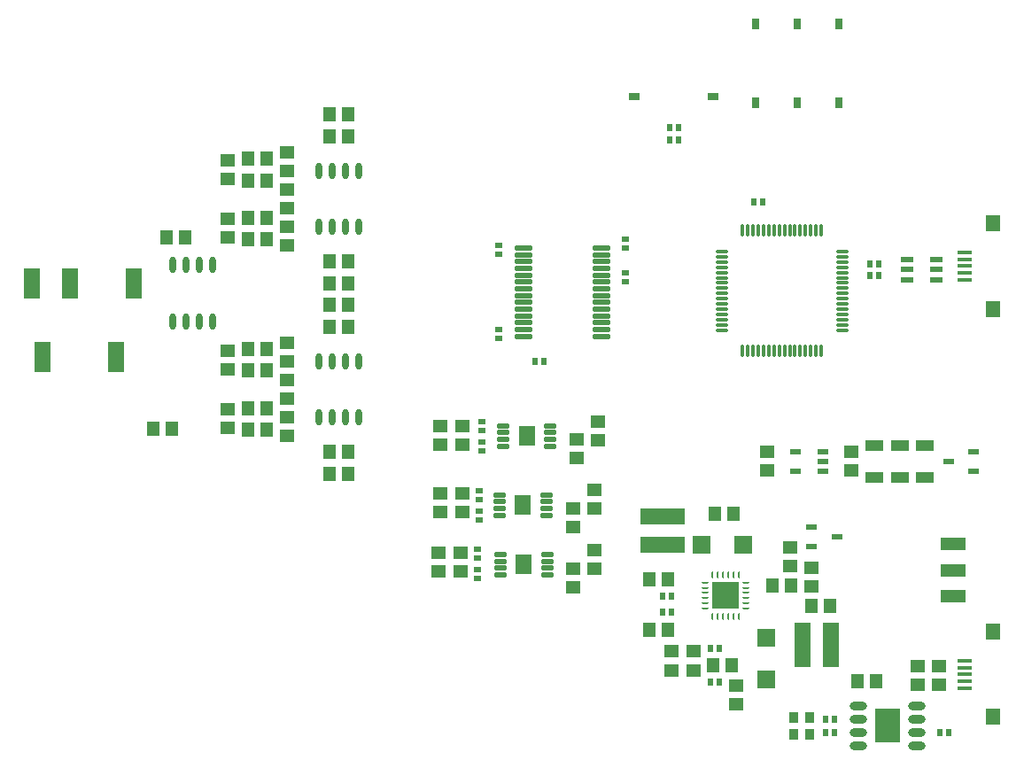
<source format=gtp>
G04*
G04 #@! TF.GenerationSoftware,Altium Limited,Altium Designer,19.0.4 (130)*
G04*
G04 Layer_Color=8421504*
%FSLAX25Y25*%
%MOIN*%
G70*
G01*
G75*
%ADD15R,0.05906X0.16929*%
%ADD16R,0.05787X0.04567*%
%ADD17R,0.04567X0.05787*%
%ADD18R,0.03937X0.02362*%
%ADD19R,0.16929X0.05906*%
%ADD20R,0.02362X0.02559*%
%ADD21R,0.06614X0.06693*%
%ADD22R,0.09843X0.09843*%
G04:AMPARAMS|DCode=23|XSize=9.84mil|YSize=27.56mil|CornerRadius=2.46mil|HoleSize=0mil|Usage=FLASHONLY|Rotation=180.000|XOffset=0mil|YOffset=0mil|HoleType=Round|Shape=RoundedRectangle|*
%AMROUNDEDRECTD23*
21,1,0.00984,0.02264,0,0,180.0*
21,1,0.00492,0.02756,0,0,180.0*
1,1,0.00492,-0.00246,0.01132*
1,1,0.00492,0.00246,0.01132*
1,1,0.00492,0.00246,-0.01132*
1,1,0.00492,-0.00246,-0.01132*
%
%ADD23ROUNDEDRECTD23*%
G04:AMPARAMS|DCode=24|XSize=9.84mil|YSize=27.56mil|CornerRadius=2.46mil|HoleSize=0mil|Usage=FLASHONLY|Rotation=270.000|XOffset=0mil|YOffset=0mil|HoleType=Round|Shape=RoundedRectangle|*
%AMROUNDEDRECTD24*
21,1,0.00984,0.02264,0,0,270.0*
21,1,0.00492,0.02756,0,0,270.0*
1,1,0.00492,-0.01132,-0.00246*
1,1,0.00492,-0.01132,0.00246*
1,1,0.00492,0.01132,0.00246*
1,1,0.00492,0.01132,-0.00246*
%
%ADD24ROUNDEDRECTD24*%
G04:AMPARAMS|DCode=25|XSize=17.72mil|YSize=47.24mil|CornerRadius=4.43mil|HoleSize=0mil|Usage=FLASHONLY|Rotation=90.000|XOffset=0mil|YOffset=0mil|HoleType=Round|Shape=RoundedRectangle|*
%AMROUNDEDRECTD25*
21,1,0.01772,0.03839,0,0,90.0*
21,1,0.00886,0.04724,0,0,90.0*
1,1,0.00886,0.01919,0.00443*
1,1,0.00886,0.01919,-0.00443*
1,1,0.00886,-0.01919,-0.00443*
1,1,0.00886,-0.01919,0.00443*
%
%ADD25ROUNDEDRECTD25*%
%ADD26R,0.06181X0.07441*%
%ADD27R,0.02559X0.02362*%
%ADD28R,0.06693X0.06614*%
%ADD29R,0.03661X0.03858*%
%ADD30O,0.06496X0.03150*%
%ADD31R,0.09528X0.13031*%
%ADD32R,0.05315X0.01575*%
%ADD33R,0.05315X0.05906*%
%ADD34R,0.09646X0.04724*%
%ADD35R,0.04331X0.02362*%
%ADD36R,0.07087X0.04449*%
%ADD37R,0.05906X0.11811*%
%ADD38O,0.02362X0.06102*%
G04:AMPARAMS|DCode=39|XSize=17.72mil|YSize=64.96mil|CornerRadius=4.43mil|HoleSize=0mil|Usage=FLASHONLY|Rotation=270.000|XOffset=0mil|YOffset=0mil|HoleType=Round|Shape=RoundedRectangle|*
%AMROUNDEDRECTD39*
21,1,0.01772,0.05610,0,0,270.0*
21,1,0.00886,0.06496,0,0,270.0*
1,1,0.00886,-0.02805,-0.00443*
1,1,0.00886,-0.02805,0.00443*
1,1,0.00886,0.02805,0.00443*
1,1,0.00886,0.02805,-0.00443*
%
%ADD39ROUNDEDRECTD39*%
%ADD40R,0.03150X0.04331*%
%ADD41R,0.04331X0.03150*%
G04:AMPARAMS|DCode=42|XSize=11.81mil|YSize=47.24mil|CornerRadius=2.95mil|HoleSize=0mil|Usage=FLASHONLY|Rotation=0.000|XOffset=0mil|YOffset=0mil|HoleType=Round|Shape=RoundedRectangle|*
%AMROUNDEDRECTD42*
21,1,0.01181,0.04134,0,0,0.0*
21,1,0.00591,0.04724,0,0,0.0*
1,1,0.00591,0.00295,-0.02067*
1,1,0.00591,-0.00295,-0.02067*
1,1,0.00591,-0.00295,0.02067*
1,1,0.00591,0.00295,0.02067*
%
%ADD42ROUNDEDRECTD42*%
G04:AMPARAMS|DCode=43|XSize=11.81mil|YSize=47.24mil|CornerRadius=2.95mil|HoleSize=0mil|Usage=FLASHONLY|Rotation=90.000|XOffset=0mil|YOffset=0mil|HoleType=Round|Shape=RoundedRectangle|*
%AMROUNDEDRECTD43*
21,1,0.01181,0.04134,0,0,90.0*
21,1,0.00591,0.04724,0,0,90.0*
1,1,0.00591,0.02067,0.00295*
1,1,0.00591,0.02067,-0.00295*
1,1,0.00591,-0.02067,-0.00295*
1,1,0.00591,-0.02067,0.00295*
%
%ADD43ROUNDEDRECTD43*%
%ADD44R,0.04724X0.02362*%
D15*
X-66487Y-241569D02*
D03*
X-77117Y-241569D02*
D03*
D16*
X-73787Y-212499D02*
D03*
X-73787Y-219507D02*
D03*
X-81887Y-211907D02*
D03*
X-81887Y-204899D02*
D03*
X-126337Y-251130D02*
D03*
Y-244122D02*
D03*
X-118187Y-251130D02*
D03*
Y-244122D02*
D03*
X-102187Y-256903D02*
D03*
Y-263911D02*
D03*
X-163463Y-212840D02*
D03*
Y-219848D02*
D03*
X-155263Y-212840D02*
D03*
Y-205833D02*
D03*
X-205863Y-207040D02*
D03*
Y-214048D02*
D03*
X-214063Y-214040D02*
D03*
Y-207032D02*
D03*
X-205081Y-159299D02*
D03*
Y-166307D02*
D03*
X-205132Y-191776D02*
D03*
Y-184768D02*
D03*
X-213281Y-184768D02*
D03*
Y-191776D02*
D03*
X-213281Y-159303D02*
D03*
Y-166311D02*
D03*
X-155231Y-183168D02*
D03*
Y-190176D02*
D03*
X-153981Y-157495D02*
D03*
Y-164503D02*
D03*
X-162181Y-164403D02*
D03*
Y-171411D02*
D03*
X-163531Y-190272D02*
D03*
Y-197280D02*
D03*
X-90269Y-176093D02*
D03*
Y-169085D02*
D03*
X-58773Y-176093D02*
D03*
Y-169085D02*
D03*
X-293298Y-137865D02*
D03*
Y-130857D02*
D03*
Y-160098D02*
D03*
Y-153090D02*
D03*
X-271081Y-156035D02*
D03*
Y-163043D02*
D03*
Y-148976D02*
D03*
Y-141968D02*
D03*
Y-134935D02*
D03*
Y-127928D02*
D03*
X-293298Y-88373D02*
D03*
Y-81365D02*
D03*
Y-66289D02*
D03*
Y-59281D02*
D03*
X-271081Y-84302D02*
D03*
Y-91310D02*
D03*
Y-77332D02*
D03*
Y-70324D02*
D03*
Y-63302D02*
D03*
Y-56295D02*
D03*
X-33812Y-249692D02*
D03*
Y-256700D02*
D03*
X-25631Y-249684D02*
D03*
Y-256692D02*
D03*
D17*
X-88491Y-219407D02*
D03*
X-81483D02*
D03*
X-102996Y-192308D02*
D03*
X-110004D02*
D03*
X-127809Y-235798D02*
D03*
X-134817D02*
D03*
X-103683Y-249307D02*
D03*
X-110691D02*
D03*
X-134787Y-216807D02*
D03*
X-127779D02*
D03*
X-66683Y-227107D02*
D03*
X-73691D02*
D03*
X-321308Y-160200D02*
D03*
X-314300D02*
D03*
X-285706Y-160685D02*
D03*
X-278698D02*
D03*
Y-152535D02*
D03*
X-285706D02*
D03*
X-278698Y-138435D02*
D03*
X-285706D02*
D03*
X-278698Y-130286D02*
D03*
X-285706D02*
D03*
X-285706Y-88946D02*
D03*
X-278698D02*
D03*
Y-80797D02*
D03*
X-285706D02*
D03*
X-316508Y-88300D02*
D03*
X-309500D02*
D03*
X-278698Y-66860D02*
D03*
X-285706D02*
D03*
X-278698Y-58710D02*
D03*
X-285706D02*
D03*
X-254900Y-177235D02*
D03*
X-247892D02*
D03*
X-254900Y-169094D02*
D03*
X-247892D02*
D03*
X-254900Y-121850D02*
D03*
X-247892D02*
D03*
X-254900Y-113700D02*
D03*
X-247892D02*
D03*
X-254900Y-105600D02*
D03*
X-247892D02*
D03*
X-254900Y-97450D02*
D03*
X-247892D02*
D03*
X-254900Y-50206D02*
D03*
X-247892D02*
D03*
X-254900Y-42057D02*
D03*
X-247892D02*
D03*
X-49329Y-255200D02*
D03*
X-56337D02*
D03*
D18*
X-64138Y-200967D02*
D03*
X-73587Y-204707D02*
D03*
Y-197227D02*
D03*
X-22124Y-172600D02*
D03*
X-12676Y-168860D02*
D03*
Y-176340D02*
D03*
D19*
X-129830Y-203869D02*
D03*
Y-193239D02*
D03*
D20*
X-126483Y-223139D02*
D03*
X-129830Y-223139D02*
D03*
X-129857Y-229357D02*
D03*
X-126510Y-229357D02*
D03*
X-108341Y-255707D02*
D03*
X-111687D02*
D03*
X-111787Y-242907D02*
D03*
X-108441D02*
D03*
X-65109Y-274500D02*
D03*
X-68455D02*
D03*
X-65109Y-269500D02*
D03*
X-68455D02*
D03*
X-22087Y-274500D02*
D03*
X-25434D02*
D03*
X-177847Y-134935D02*
D03*
X-174500D02*
D03*
X-123795Y-51500D02*
D03*
X-127142D02*
D03*
X-123795Y-47000D02*
D03*
X-127142D02*
D03*
X-92023Y-75100D02*
D03*
X-95369D02*
D03*
X-48316Y-98149D02*
D03*
X-51663D02*
D03*
X-48317Y-102700D02*
D03*
X-51663D02*
D03*
D21*
X-90687Y-254681D02*
D03*
Y-238933D02*
D03*
D22*
X-106087Y-223107D02*
D03*
D23*
X-101166Y-230883D02*
D03*
X-103134D02*
D03*
X-105103D02*
D03*
X-107071D02*
D03*
X-109040D02*
D03*
X-111008D02*
D03*
Y-215332D02*
D03*
X-109040D02*
D03*
X-107071Y-215332D02*
D03*
X-105103D02*
D03*
X-103134Y-215332D02*
D03*
X-101166D02*
D03*
D24*
X-113863Y-228028D02*
D03*
X-113863Y-226060D02*
D03*
Y-224091D02*
D03*
Y-222123D02*
D03*
X-113863Y-220154D02*
D03*
Y-218186D02*
D03*
X-98312Y-218186D02*
D03*
Y-220154D02*
D03*
Y-222123D02*
D03*
Y-224091D02*
D03*
X-98312Y-226060D02*
D03*
X-98312Y-228028D02*
D03*
D25*
X-190821Y-207602D02*
D03*
Y-210161D02*
D03*
Y-212720D02*
D03*
Y-215279D02*
D03*
X-173105Y-207602D02*
D03*
Y-210161D02*
D03*
X-173105Y-212720D02*
D03*
X-173105Y-215279D02*
D03*
X-173473Y-192810D02*
D03*
Y-190251D02*
D03*
Y-187692D02*
D03*
Y-185133D02*
D03*
X-191190Y-192810D02*
D03*
Y-190251D02*
D03*
Y-187692D02*
D03*
Y-185133D02*
D03*
X-189639Y-159177D02*
D03*
Y-161736D02*
D03*
Y-164295D02*
D03*
Y-166854D02*
D03*
X-171923Y-159177D02*
D03*
Y-161736D02*
D03*
X-171923Y-164295D02*
D03*
X-171923Y-166854D02*
D03*
D26*
X-181963Y-211440D02*
D03*
X-182332Y-188972D02*
D03*
X-180781Y-163015D02*
D03*
D27*
X-198732Y-194518D02*
D03*
Y-191172D02*
D03*
X-197693Y-168527D02*
D03*
Y-165181D02*
D03*
X-199363Y-216791D02*
D03*
Y-213444D02*
D03*
X-199363Y-209114D02*
D03*
Y-205767D02*
D03*
X-198732Y-186841D02*
D03*
Y-183495D02*
D03*
X-197693Y-160850D02*
D03*
Y-157503D02*
D03*
X-191260Y-123000D02*
D03*
X-191260Y-126347D02*
D03*
X-191310Y-94743D02*
D03*
Y-91396D02*
D03*
X-143800Y-105061D02*
D03*
X-143800Y-101715D02*
D03*
X-143800Y-88927D02*
D03*
Y-92273D02*
D03*
D28*
X-115061Y-203869D02*
D03*
X-99313D02*
D03*
D29*
X-80313Y-275200D02*
D03*
X-74250D02*
D03*
X-80313Y-268900D02*
D03*
X-74250D02*
D03*
D30*
X-34156Y-279500D02*
D03*
Y-274500D02*
D03*
Y-269500D02*
D03*
Y-264500D02*
D03*
X-56006Y-279500D02*
D03*
Y-274500D02*
D03*
X-56006Y-269500D02*
D03*
X-56006Y-264500D02*
D03*
D31*
X-45081Y-272000D02*
D03*
D32*
X-16032Y-247625D02*
D03*
Y-250184D02*
D03*
Y-257861D02*
D03*
Y-255302D02*
D03*
Y-252743D02*
D03*
X-15936Y-93991D02*
D03*
Y-96550D02*
D03*
Y-104228D02*
D03*
Y-99110D02*
D03*
Y-101669D02*
D03*
D33*
X-5500Y-236700D02*
D03*
Y-268787D02*
D03*
X-5405Y-83066D02*
D03*
Y-115153D02*
D03*
D34*
X-20406Y-203658D02*
D03*
Y-223342D02*
D03*
Y-213500D02*
D03*
D35*
X-79639Y-176329D02*
D03*
Y-168849D02*
D03*
X-69403D02*
D03*
X-69403Y-172589D02*
D03*
X-69403Y-176329D02*
D03*
D36*
X-49998Y-166734D02*
D03*
Y-178466D02*
D03*
X-40549Y-166734D02*
D03*
Y-178466D02*
D03*
X-31100Y-166734D02*
D03*
Y-178466D02*
D03*
D37*
X-366923Y-105720D02*
D03*
X-352750D02*
D03*
X-335427Y-133280D02*
D03*
X-328734Y-105720D02*
D03*
X-362986Y-133280D02*
D03*
D38*
X-314000Y-119830D02*
D03*
X-309000D02*
D03*
X-304000D02*
D03*
X-299000D02*
D03*
X-314000Y-98570D02*
D03*
X-309000D02*
D03*
X-304000D02*
D03*
X-299000D02*
D03*
X-258896Y-156102D02*
D03*
X-253896D02*
D03*
X-248896D02*
D03*
X-243896D02*
D03*
X-258896Y-134842D02*
D03*
X-253896D02*
D03*
X-248896D02*
D03*
X-243896D02*
D03*
X-258896Y-84458D02*
D03*
X-253896D02*
D03*
X-248896D02*
D03*
X-243896D02*
D03*
X-258896Y-63198D02*
D03*
X-253896D02*
D03*
X-248896D02*
D03*
X-243896D02*
D03*
D39*
X-181967Y-92266D02*
D03*
X-181967Y-94825D02*
D03*
X-181967Y-97384D02*
D03*
Y-99943D02*
D03*
Y-102502D02*
D03*
Y-105061D02*
D03*
Y-107621D02*
D03*
Y-110180D02*
D03*
Y-112739D02*
D03*
Y-115298D02*
D03*
Y-117857D02*
D03*
Y-120416D02*
D03*
Y-122975D02*
D03*
Y-125534D02*
D03*
X-152833Y-92266D02*
D03*
X-152833Y-94825D02*
D03*
X-152833Y-97384D02*
D03*
Y-99943D02*
D03*
Y-102502D02*
D03*
Y-105061D02*
D03*
Y-107621D02*
D03*
Y-110180D02*
D03*
Y-112739D02*
D03*
Y-115298D02*
D03*
Y-117857D02*
D03*
Y-120416D02*
D03*
Y-122975D02*
D03*
Y-125534D02*
D03*
D40*
X-94700Y-7936D02*
D03*
Y-37464D02*
D03*
X-79116Y-7936D02*
D03*
Y-37464D02*
D03*
X-63516Y-7936D02*
D03*
Y-37464D02*
D03*
D41*
X-110736Y-35300D02*
D03*
X-140264D02*
D03*
D42*
X-97633Y-131044D02*
D03*
X-95665D02*
D03*
X-93696D02*
D03*
Y-85769D02*
D03*
X-95665D02*
D03*
X-97633D02*
D03*
X-89759Y-131044D02*
D03*
X-87791D02*
D03*
X-85822D02*
D03*
Y-85769D02*
D03*
X-87791D02*
D03*
X-89759D02*
D03*
X-81885Y-131044D02*
D03*
X-79917D02*
D03*
X-77948D02*
D03*
Y-85769D02*
D03*
X-79917D02*
D03*
X-81885D02*
D03*
X-74011Y-131044D02*
D03*
X-72043D02*
D03*
X-70074D02*
D03*
Y-85769D02*
D03*
X-72043D02*
D03*
X-74011D02*
D03*
X-99602Y-131044D02*
D03*
X-91728D02*
D03*
X-83854D02*
D03*
Y-85769D02*
D03*
X-91728D02*
D03*
X-99602D02*
D03*
X-75980Y-131044D02*
D03*
Y-85769D02*
D03*
D43*
X-107476Y-119233D02*
D03*
Y-121202D02*
D03*
Y-123170D02*
D03*
Y-111359D02*
D03*
Y-113328D02*
D03*
Y-115296D02*
D03*
Y-103485D02*
D03*
Y-105454D02*
D03*
Y-107422D02*
D03*
Y-95611D02*
D03*
Y-97579D02*
D03*
Y-99548D02*
D03*
X-62200Y-123170D02*
D03*
Y-121202D02*
D03*
Y-119233D02*
D03*
Y-115296D02*
D03*
Y-113328D02*
D03*
Y-111359D02*
D03*
Y-107422D02*
D03*
Y-105454D02*
D03*
Y-103485D02*
D03*
Y-99548D02*
D03*
Y-97579D02*
D03*
Y-95611D02*
D03*
X-107476Y-93642D02*
D03*
Y-101516D02*
D03*
Y-109391D02*
D03*
Y-117265D02*
D03*
X-62200D02*
D03*
Y-109391D02*
D03*
Y-93642D02*
D03*
Y-101516D02*
D03*
D44*
X-37885Y-104129D02*
D03*
Y-100389D02*
D03*
Y-96649D02*
D03*
X-26861D02*
D03*
Y-100389D02*
D03*
Y-104129D02*
D03*
M02*

</source>
